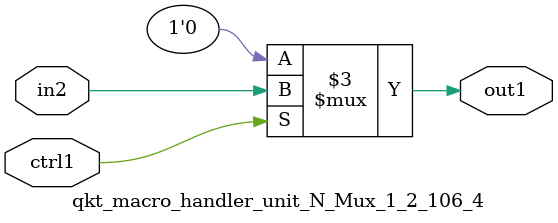
<source format=v>

`timescale 1ps / 1ps


module qkt_macro_handler_unit_N_Mux_1_2_106_4( in2, ctrl1, out1 );

    input in2;
    input ctrl1;
    output out1;
    reg out1;

    
    // rtl_process:qkt_macro_handler_unit_N_Mux_1_2_106_4/qkt_macro_handler_unit_N_Mux_1_2_106_4_thread_1
    always @*
      begin : qkt_macro_handler_unit_N_Mux_1_2_106_4_thread_1
        case (ctrl1) 
          1'b1: 
            begin
              out1 = in2;
            end
          default: 
            begin
              out1 = 1'b0;
            end
        endcase
      end

endmodule



</source>
